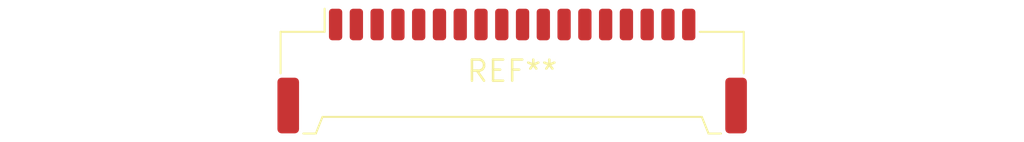
<source format=kicad_pcb>
(kicad_pcb (version 20240108) (generator pcbnew)
  (layers (0 "F.Cu" signal) (31 "B.Cu" signal) (34 "B.Paste" user) (35 "F.Paste" user) (36 "B.SilkS" user "B.Silkscreen") (37 "F.SilkS" user "F.Silkscreen") (38 "B.Mask" user) (39 "F.Mask" user) (44 "Edge.Cuts" user))
  (net 0 "")
  (footprint "Molex_Panelmate_53780-1870_1x18-1MP_P1.25mm_Horizontal" (layer "F.Cu") (at 0 0)
    (property "Reference" "REF**")
    (property "Value" "Molex_Panelmate_53780-1870_1x18-1MP_P1.25mm_Horizontal")
    (fp_line (start -13.935 -2.36) (end -11.285 -2.36) (layer "F.SilkS") (stroke (width 0.12)))
    (fp_line (start -13.935 0.14) (end -13.935 -2.36) (layer "F.SilkS") (stroke (width 0.12)))
    (fp_line (start -12.565 3.76) (end -11.815 3.76) (layer "F.SilkS") (stroke (width 0.12)))
    (fp_line (start -11.815 3.76) (end -11.415 2.76) (layer "F.SilkS") (stroke (width 0.12)))
    (fp_line (start -11.415 2.76) (end 11.415 2.76) (layer "F.SilkS") (stroke (width 0.12)))
    (fp_line (start -11.285 -2.36) (end -11.285 -3.75) (layer "F.SilkS") (stroke (width 0.12)))
    (fp_line (start 11.415 2.76) (end 11.815 3.76) (layer "F.SilkS") (stroke (width 0.12)))
    (fp_line (start 11.815 3.76) (end 12.565 3.76) (layer "F.SilkS") (stroke (width 0.12)))
    (fp_line (start 13.935 -2.36) (end 11.285 -2.36) (layer "F.SilkS") (stroke (width 0.12)))
    (fp_line (start 13.935 0.14) (end 13.935 -2.36) (layer "F.SilkS") (stroke (width 0.12)))
    (pad "1" smd roundrect (at -10.625 -2.8) (size 0.8 1.9) (layers "F.Cu" "F.Paste" "F.Mask"))
    (pad "2" smd roundrect (at -9.375 -2.8) (size 0.8 1.9) (layers "F.Cu" "F.Paste" "F.Mask"))
    (pad "3" smd roundrect (at -8.125 -2.8) (size 0.8 1.9) (layers "F.Cu" "F.Paste" "F.Mask"))
    (pad "4" smd roundrect (at -6.875 -2.8) (size 0.8 1.9) (layers "F.Cu" "F.Paste" "F.Mask"))
    (pad "5" smd roundrect (at -5.625 -2.8) (size 0.8 1.9) (layers "F.Cu" "F.Paste" "F.Mask"))
    (pad "6" smd roundrect (at -4.375 -2.8) (size 0.8 1.9) (layers "F.Cu" "F.Paste" "F.Mask"))
    (pad "7" smd roundrect (at -3.125 -2.8) (size 0.8 1.9) (layers "F.Cu" "F.Paste" "F.Mask"))
    (pad "8" smd roundrect (at -1.875 -2.8) (size 0.8 1.9) (layers "F.Cu" "F.Paste" "F.Mask"))
    (pad "9" smd roundrect (at -0.625 -2.8) (size 0.8 1.9) (layers "F.Cu" "F.Paste" "F.Mask"))
    (pad "10" smd roundrect (at 0.625 -2.8) (size 0.8 1.9) (layers "F.Cu" "F.Paste" "F.Mask"))
    (pad "11" smd roundrect (at 1.875 -2.8) (size 0.8 1.9) (layers "F.Cu" "F.Paste" "F.Mask"))
    (pad "12" smd roundrect (at 3.125 -2.8) (size 0.8 1.9) (layers "F.Cu" "F.Paste" "F.Mask"))
    (pad "13" smd roundrect (at 4.375 -2.8) (size 0.8 1.9) (layers "F.Cu" "F.Paste" "F.Mask"))
    (pad "14" smd roundrect (at 5.625 -2.8) (size 0.8 1.9) (layers "F.Cu" "F.Paste" "F.Mask"))
    (pad "15" smd roundrect (at 6.875 -2.8) (size 0.8 1.9) (layers "F.Cu" "F.Paste" "F.Mask"))
    (pad "16" smd roundrect (at 8.125 -2.8) (size 0.8 1.9) (layers "F.Cu" "F.Paste" "F.Mask"))
    (pad "17" smd roundrect (at 9.375 -2.8) (size 0.8 1.9) (layers "F.Cu" "F.Paste" "F.Mask"))
    (pad "18" smd roundrect (at 10.625 -2.8) (size 0.8 1.9) (layers "F.Cu" "F.Paste" "F.Mask"))
    (pad "MP" smd roundrect (at -13.475 2.075) (size 1.3 3.35) (layers "F.Cu" "F.Paste" "F.Mask") (roundrect_rratio 0.192308))
    (pad "MP" smd roundrect (at 13.475 2.075) (size 1.3 3.35) (layers "F.Cu" "F.Paste" "F.Mask") (roundrect_rratio 0.192308))
  )
)
</source>
